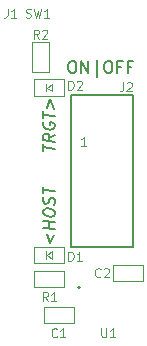
<source format=gto>
G04 #@! TF.FileFunction,Legend,Top*
%FSLAX46Y46*%
G04 Gerber Fmt 4.6, Leading zero omitted, Abs format (unit mm)*
G04 Created by KiCad (PCBNEW 4.0.0-rc2-stable) date 11/11/2015 9:02:01 AM*
%MOMM*%
G01*
G04 APERTURE LIST*
%ADD10C,0.150000*%
%ADD11C,0.200000*%
%ADD12C,0.120000*%
G04 APERTURE END LIST*
D10*
D11*
X207708809Y-157059381D02*
X207899286Y-157059381D01*
X207994524Y-157107000D01*
X208089762Y-157202238D01*
X208137381Y-157392714D01*
X208137381Y-157726048D01*
X208089762Y-157916524D01*
X207994524Y-158011762D01*
X207899286Y-158059381D01*
X207708809Y-158059381D01*
X207613571Y-158011762D01*
X207518333Y-157916524D01*
X207470714Y-157726048D01*
X207470714Y-157392714D01*
X207518333Y-157202238D01*
X207613571Y-157107000D01*
X207708809Y-157059381D01*
X208565952Y-158059381D02*
X208565952Y-157059381D01*
X209137381Y-158059381D01*
X209137381Y-157059381D01*
X209851666Y-158392714D02*
X209851666Y-156964143D01*
X210756428Y-157059381D02*
X210946905Y-157059381D01*
X211042143Y-157107000D01*
X211137381Y-157202238D01*
X211185000Y-157392714D01*
X211185000Y-157726048D01*
X211137381Y-157916524D01*
X211042143Y-158011762D01*
X210946905Y-158059381D01*
X210756428Y-158059381D01*
X210661190Y-158011762D01*
X210565952Y-157916524D01*
X210518333Y-157726048D01*
X210518333Y-157392714D01*
X210565952Y-157202238D01*
X210661190Y-157107000D01*
X210756428Y-157059381D01*
X211946905Y-157535571D02*
X211613571Y-157535571D01*
X211613571Y-158059381D02*
X211613571Y-157059381D01*
X212089762Y-157059381D01*
X212804048Y-157535571D02*
X212470714Y-157535571D01*
X212470714Y-158059381D02*
X212470714Y-157059381D01*
X212946905Y-157059381D01*
X205652714Y-171677023D02*
X205938429Y-172474643D01*
X206224143Y-171748452D01*
X206319381Y-171284167D02*
X205319381Y-171159167D01*
X205795571Y-171218690D02*
X205795571Y-170647261D01*
X206319381Y-170712738D02*
X205319381Y-170587738D01*
X205319381Y-169921072D02*
X205319381Y-169730595D01*
X205367000Y-169641309D01*
X205462238Y-169557976D01*
X205652714Y-169534166D01*
X205986048Y-169575833D01*
X206176524Y-169647261D01*
X206271762Y-169754404D01*
X206319381Y-169855595D01*
X206319381Y-170046072D01*
X206271762Y-170135357D01*
X206176524Y-170218690D01*
X205986048Y-170242500D01*
X205652714Y-170200833D01*
X205462238Y-170129405D01*
X205367000Y-170022262D01*
X205319381Y-169921072D01*
X206271762Y-169230595D02*
X206319381Y-169093691D01*
X206319381Y-168855595D01*
X206271762Y-168754404D01*
X206224143Y-168700833D01*
X206128905Y-168641309D01*
X206033667Y-168629404D01*
X205938429Y-168665119D01*
X205890810Y-168706785D01*
X205843190Y-168796071D01*
X205795571Y-168980595D01*
X205747952Y-169069881D01*
X205700333Y-169111548D01*
X205605095Y-169147262D01*
X205509857Y-169135357D01*
X205414619Y-169075833D01*
X205367000Y-169022262D01*
X205319381Y-168921072D01*
X205319381Y-168682976D01*
X205367000Y-168546071D01*
X205319381Y-168254405D02*
X205319381Y-167682976D01*
X206319381Y-168093691D02*
X205319381Y-167968691D01*
X205319381Y-164650262D02*
X205319381Y-164078833D01*
X206319381Y-164489548D02*
X205319381Y-164364548D01*
X206319381Y-163299071D02*
X205843190Y-163572881D01*
X206319381Y-163870500D02*
X205319381Y-163745500D01*
X205319381Y-163364547D01*
X205367000Y-163275261D01*
X205414619Y-163233594D01*
X205509857Y-163197880D01*
X205652714Y-163215737D01*
X205747952Y-163275261D01*
X205795571Y-163328832D01*
X205843190Y-163430023D01*
X205843190Y-163810976D01*
X205367000Y-162227642D02*
X205319381Y-162316928D01*
X205319381Y-162459785D01*
X205367000Y-162608595D01*
X205462238Y-162715738D01*
X205557476Y-162775261D01*
X205747952Y-162846690D01*
X205890810Y-162864547D01*
X206081286Y-162840738D01*
X206176524Y-162805023D01*
X206271762Y-162721690D01*
X206319381Y-162584785D01*
X206319381Y-162489547D01*
X206271762Y-162340737D01*
X206224143Y-162287166D01*
X205890810Y-162245499D01*
X205890810Y-162435975D01*
X205319381Y-161888357D02*
X205319381Y-161316928D01*
X206319381Y-161727643D02*
X205319381Y-161602643D01*
X205652714Y-161025261D02*
X205938429Y-160299071D01*
X206224143Y-161096690D01*
D12*
X205798500Y-158008000D02*
X204401500Y-158008000D01*
X205798500Y-155468000D02*
X204401500Y-155468000D01*
X205798500Y-155468000D02*
X205798500Y-158008000D01*
X204401500Y-158008000D02*
X204401500Y-155468000D01*
X204592000Y-176198500D02*
X204592000Y-174801500D01*
X207132000Y-176198500D02*
X207132000Y-174801500D01*
X207132000Y-176198500D02*
X204592000Y-176198500D01*
X204592000Y-174801500D02*
X207132000Y-174801500D01*
X205608000Y-173817500D02*
X205608000Y-173182500D01*
X206116000Y-173182500D02*
X205671500Y-173500000D01*
X205671500Y-173500000D02*
X206116000Y-173817500D01*
X206116000Y-173817500D02*
X206116000Y-173182500D01*
X204592000Y-174198500D02*
X204592000Y-172801500D01*
X207132000Y-174198500D02*
X207132000Y-172801500D01*
X207132000Y-172801500D02*
X204592000Y-172801500D01*
X204592000Y-174198500D02*
X207132000Y-174198500D01*
X205608000Y-159617500D02*
X205608000Y-158982500D01*
X206116000Y-158982500D02*
X205671500Y-159300000D01*
X205671500Y-159300000D02*
X206116000Y-159617500D01*
X206116000Y-159617500D02*
X206116000Y-158982500D01*
X204592000Y-159998500D02*
X204592000Y-158601500D01*
X207132000Y-159998500D02*
X207132000Y-158601500D01*
X207132000Y-158601500D02*
X204592000Y-158601500D01*
X204592000Y-159998500D02*
X207132000Y-159998500D01*
X205359000Y-179260500D02*
X205359000Y-177863500D01*
X207899000Y-179260500D02*
X207899000Y-177863500D01*
X207899000Y-179260500D02*
X205359000Y-179260500D01*
X205359000Y-177863500D02*
X207899000Y-177863500D01*
X211201000Y-175704500D02*
X211201000Y-174307500D01*
X213741000Y-175704500D02*
X213741000Y-174307500D01*
X213741000Y-175704500D02*
X211201000Y-175704500D01*
X211201000Y-174307500D02*
X213741000Y-174307500D01*
D10*
X208446803Y-176249000D02*
G75*
G03X208446803Y-176249000I-89803J0D01*
G01*
X207712000Y-159970000D02*
X212912000Y-159970000D01*
X207712000Y-172770000D02*
X207712000Y-159970000D01*
X212912000Y-172770000D02*
X207712000Y-172770000D01*
X212912000Y-159970000D02*
X212912000Y-172770000D01*
D12*
X204980000Y-155152286D02*
X204730000Y-154795143D01*
X204551428Y-155152286D02*
X204551428Y-154402286D01*
X204837143Y-154402286D01*
X204908571Y-154438000D01*
X204944286Y-154473714D01*
X204980000Y-154545143D01*
X204980000Y-154652286D01*
X204944286Y-154723714D01*
X204908571Y-154759429D01*
X204837143Y-154795143D01*
X204551428Y-154795143D01*
X205265714Y-154473714D02*
X205301428Y-154438000D01*
X205372857Y-154402286D01*
X205551428Y-154402286D01*
X205622857Y-154438000D01*
X205658571Y-154473714D01*
X205694286Y-154545143D01*
X205694286Y-154616571D01*
X205658571Y-154723714D01*
X205230000Y-155152286D01*
X205694286Y-155152286D01*
X205737000Y-177363286D02*
X205487000Y-177006143D01*
X205308428Y-177363286D02*
X205308428Y-176613286D01*
X205594143Y-176613286D01*
X205665571Y-176649000D01*
X205701286Y-176684714D01*
X205737000Y-176756143D01*
X205737000Y-176863286D01*
X205701286Y-176934714D01*
X205665571Y-176970429D01*
X205594143Y-177006143D01*
X205308428Y-177006143D01*
X206451286Y-177363286D02*
X206022714Y-177363286D01*
X206237000Y-177363286D02*
X206237000Y-176613286D01*
X206165571Y-176720429D01*
X206094143Y-176791857D01*
X206022714Y-176827571D01*
X207472428Y-173948286D02*
X207472428Y-173198286D01*
X207651000Y-173198286D01*
X207758143Y-173234000D01*
X207829571Y-173305429D01*
X207865286Y-173376857D01*
X207901000Y-173519714D01*
X207901000Y-173626857D01*
X207865286Y-173769714D01*
X207829571Y-173841143D01*
X207758143Y-173912571D01*
X207651000Y-173948286D01*
X207472428Y-173948286D01*
X208615286Y-173948286D02*
X208186714Y-173948286D01*
X208401000Y-173948286D02*
X208401000Y-173198286D01*
X208329571Y-173305429D01*
X208258143Y-173376857D01*
X208186714Y-173412571D01*
X207472428Y-159470286D02*
X207472428Y-158720286D01*
X207651000Y-158720286D01*
X207758143Y-158756000D01*
X207829571Y-158827429D01*
X207865286Y-158898857D01*
X207901000Y-159041714D01*
X207901000Y-159148857D01*
X207865286Y-159291714D01*
X207829571Y-159363143D01*
X207758143Y-159434571D01*
X207651000Y-159470286D01*
X207472428Y-159470286D01*
X208186714Y-158791714D02*
X208222428Y-158756000D01*
X208293857Y-158720286D01*
X208472428Y-158720286D01*
X208543857Y-158756000D01*
X208579571Y-158791714D01*
X208615286Y-158863143D01*
X208615286Y-158934571D01*
X208579571Y-159041714D01*
X208151000Y-159470286D01*
X208615286Y-159470286D01*
X206504000Y-180353857D02*
X206468286Y-180389571D01*
X206361143Y-180425286D01*
X206289714Y-180425286D01*
X206182571Y-180389571D01*
X206111143Y-180318143D01*
X206075428Y-180246714D01*
X206039714Y-180103857D01*
X206039714Y-179996714D01*
X206075428Y-179853857D01*
X206111143Y-179782429D01*
X206182571Y-179711000D01*
X206289714Y-179675286D01*
X206361143Y-179675286D01*
X206468286Y-179711000D01*
X206504000Y-179746714D01*
X207218286Y-180425286D02*
X206789714Y-180425286D01*
X207004000Y-180425286D02*
X207004000Y-179675286D01*
X206932571Y-179782429D01*
X206861143Y-179853857D01*
X206789714Y-179889571D01*
X210187000Y-175273857D02*
X210151286Y-175309571D01*
X210044143Y-175345286D01*
X209972714Y-175345286D01*
X209865571Y-175309571D01*
X209794143Y-175238143D01*
X209758428Y-175166714D01*
X209722714Y-175023857D01*
X209722714Y-174916714D01*
X209758428Y-174773857D01*
X209794143Y-174702429D01*
X209865571Y-174631000D01*
X209972714Y-174595286D01*
X210044143Y-174595286D01*
X210151286Y-174631000D01*
X210187000Y-174666714D01*
X210472714Y-174666714D02*
X210508428Y-174631000D01*
X210579857Y-174595286D01*
X210758428Y-174595286D01*
X210829857Y-174631000D01*
X210865571Y-174666714D01*
X210901286Y-174738143D01*
X210901286Y-174809571D01*
X210865571Y-174916714D01*
X210437000Y-175345286D01*
X210901286Y-175345286D01*
X210248571Y-179675286D02*
X210248571Y-180282429D01*
X210284286Y-180353857D01*
X210320000Y-180389571D01*
X210391429Y-180425286D01*
X210534286Y-180425286D01*
X210605714Y-180389571D01*
X210641429Y-180353857D01*
X210677143Y-180282429D01*
X210677143Y-179675286D01*
X211427143Y-180425286D02*
X210998571Y-180425286D01*
X211212857Y-180425286D02*
X211212857Y-179675286D01*
X211141428Y-179782429D01*
X211070000Y-179853857D01*
X210998571Y-179889571D01*
X212094000Y-158847286D02*
X212094000Y-159383000D01*
X212058286Y-159490143D01*
X211986857Y-159561571D01*
X211879714Y-159597286D01*
X211808286Y-159597286D01*
X212415429Y-158918714D02*
X212451143Y-158883000D01*
X212522572Y-158847286D01*
X212701143Y-158847286D01*
X212772572Y-158883000D01*
X212808286Y-158918714D01*
X212844001Y-158990143D01*
X212844001Y-159061571D01*
X212808286Y-159168714D01*
X212379715Y-159597286D01*
X212844001Y-159597286D01*
X208991286Y-164209286D02*
X208562714Y-164209286D01*
X208777000Y-164209286D02*
X208777000Y-163459286D01*
X208705571Y-163566429D01*
X208634143Y-163637857D01*
X208562714Y-163673571D01*
X203851000Y-153338571D02*
X203958143Y-153374286D01*
X204136714Y-153374286D01*
X204208143Y-153338571D01*
X204243857Y-153302857D01*
X204279572Y-153231429D01*
X204279572Y-153160000D01*
X204243857Y-153088571D01*
X204208143Y-153052857D01*
X204136714Y-153017143D01*
X203993857Y-152981429D01*
X203922429Y-152945714D01*
X203886714Y-152910000D01*
X203851000Y-152838571D01*
X203851000Y-152767143D01*
X203886714Y-152695714D01*
X203922429Y-152660000D01*
X203993857Y-152624286D01*
X204172429Y-152624286D01*
X204279572Y-152660000D01*
X204529572Y-152624286D02*
X204708143Y-153374286D01*
X204851000Y-152838571D01*
X204993858Y-153374286D01*
X205172429Y-152624286D01*
X205851001Y-153374286D02*
X205422429Y-153374286D01*
X205636715Y-153374286D02*
X205636715Y-152624286D01*
X205565286Y-152731429D01*
X205493858Y-152802857D01*
X205422429Y-152838571D01*
X202315000Y-152624286D02*
X202315000Y-153160000D01*
X202279286Y-153267143D01*
X202207857Y-153338571D01*
X202100714Y-153374286D01*
X202029286Y-153374286D01*
X203065001Y-153374286D02*
X202636429Y-153374286D01*
X202850715Y-153374286D02*
X202850715Y-152624286D01*
X202779286Y-152731429D01*
X202707858Y-152802857D01*
X202636429Y-152838571D01*
M02*

</source>
